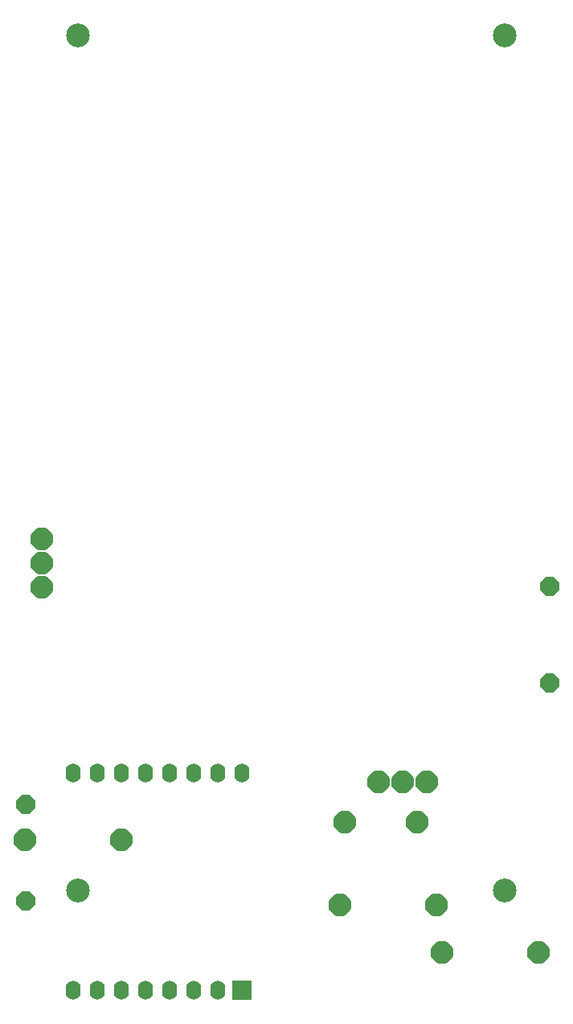
<source format=gbr>
%TF.GenerationSoftware,KiCad,Pcbnew,7.0.7*%
%TF.CreationDate,2023-09-08T08:11:20+02:00*%
%TF.ProjectId,D1Mini_Wuerfel_aktuell,44314d69-6e69-45f5-9775-657266656c5f,rev?*%
%TF.SameCoordinates,Original*%
%TF.FileFunction,Soldermask,Bot*%
%TF.FilePolarity,Negative*%
%FSLAX46Y46*%
G04 Gerber Fmt 4.6, Leading zero omitted, Abs format (unit mm)*
G04 Created by KiCad (PCBNEW 7.0.7) date 2023-09-08 08:11:20*
%MOMM*%
%LPD*%
G01*
G04 APERTURE LIST*
G04 Aperture macros list*
%AMFreePoly0*
4,1,25,0.494643,1.132196,0.506766,1.121842,1.121842,0.506766,1.150349,0.450818,1.151600,0.434924,1.151600,-0.434924,1.132196,-0.494643,1.121842,-0.506766,0.506766,-1.121842,0.450818,-1.150349,0.434924,-1.151600,-0.434924,-1.151600,-0.494643,-1.132196,-0.506766,-1.121842,-1.121842,-0.506766,-1.150349,-0.450818,-1.151600,-0.434924,-1.151600,0.434924,-1.132196,0.494643,-1.121842,0.506766,
-0.506766,1.121842,-0.450818,1.150349,-0.434924,1.151600,0.434924,1.151600,0.494643,1.132196,0.494643,1.132196,$1*%
%AMFreePoly1*
4,1,25,0.432511,0.982196,0.444634,0.971842,0.971842,0.444634,1.000349,0.388686,1.001600,0.372792,1.001600,-0.372792,0.982196,-0.432511,0.971842,-0.444634,0.444634,-0.971842,0.388686,-1.000349,0.372792,-1.001600,-0.372792,-1.001600,-0.432511,-0.982196,-0.444634,-0.971842,-0.971842,-0.444634,-1.000349,-0.388686,-1.001600,-0.372792,-1.001600,0.372792,-0.982196,0.432511,-0.971842,0.444634,
-0.444634,0.971842,-0.388686,1.000349,-0.372792,1.001600,0.372792,1.001600,0.432511,0.982196,0.432511,0.982196,$1*%
G04 Aperture macros list end*
%ADD10FreePoly0,180.000000*%
%ADD11FreePoly0,0.000000*%
%ADD12FreePoly1,270.000000*%
%ADD13C,2.500000*%
%ADD14FreePoly1,90.000000*%
%ADD15FreePoly0,270.000000*%
%ADD16R,2.000000X2.000000*%
%ADD17O,1.600000X2.000000*%
G04 APERTURE END LIST*
D10*
%TO.C,U2*%
X147540000Y-131000000D03*
X145000000Y-131000000D03*
X142460000Y-131000000D03*
%TD*%
%TO.C,D26*%
X146560000Y-135250000D03*
X138940000Y-135250000D03*
%TD*%
D11*
%TO.C,D28*%
X149170000Y-149000000D03*
X159330000Y-149000000D03*
%TD*%
D12*
%TO.C,BAT1*%
X105250000Y-143580000D03*
X105250000Y-133420000D03*
%TD*%
D13*
%TO.C,REF3*%
X155791100Y-142496400D03*
%TD*%
D14*
%TO.C,R2*%
X160500000Y-120580000D03*
X160500000Y-110420000D03*
%TD*%
D13*
%TO.C,REF1*%
X110791100Y-52496400D03*
%TD*%
%TO.C,REF4*%
X110791100Y-142496400D03*
%TD*%
D11*
%TO.C,R1_THT1*%
X105170000Y-137160000D03*
X115330000Y-137160000D03*
%TD*%
%TO.C,D27*%
X138420000Y-144000000D03*
X148580000Y-144000000D03*
%TD*%
D15*
%TO.C,K1*%
X107000000Y-105460000D03*
X107000000Y-108000000D03*
X107000000Y-110540000D03*
%TD*%
D16*
%TO.C,U1*%
X128070000Y-152945000D03*
D17*
X125530000Y-152945000D03*
X122990000Y-152945000D03*
X120450000Y-152945000D03*
X117910000Y-152945000D03*
X115370000Y-152945000D03*
X112830000Y-152945000D03*
X110290000Y-152945000D03*
X110290000Y-130085000D03*
X112830000Y-130085000D03*
X115370000Y-130085000D03*
X117910000Y-130085000D03*
X120450000Y-130085000D03*
X122990000Y-130085000D03*
X125530000Y-130085000D03*
X128070000Y-130085000D03*
%TD*%
D13*
%TO.C,REF2*%
X155791100Y-52496400D03*
%TD*%
M02*

</source>
